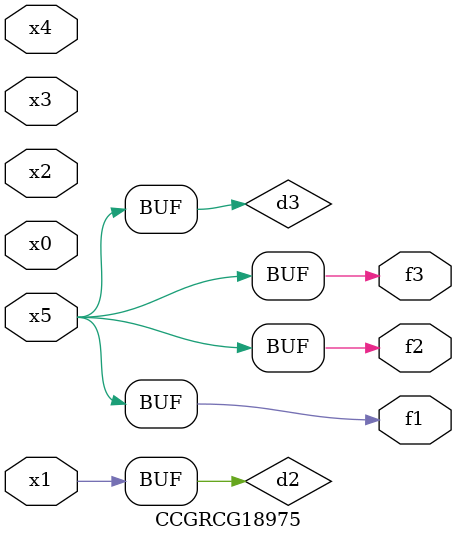
<source format=v>
module CCGRCG18975(
	input x0, x1, x2, x3, x4, x5,
	output f1, f2, f3
);

	wire d1, d2, d3;

	not (d1, x5);
	or (d2, x1);
	xnor (d3, d1);
	assign f1 = d3;
	assign f2 = d3;
	assign f3 = d3;
endmodule

</source>
